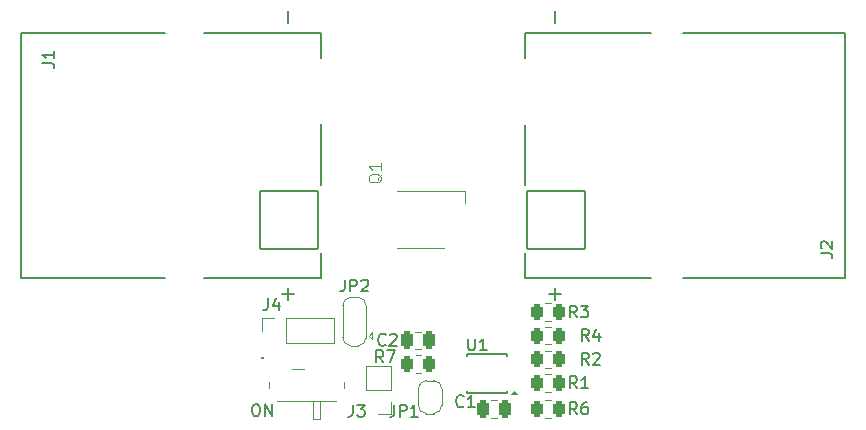
<source format=gbr>
%TF.GenerationSoftware,KiCad,Pcbnew,7.0.10-7.0.10~ubuntu20.04.1*%
%TF.CreationDate,2024-03-04T09:10:09+08:00*%
%TF.ProjectId,ESwitch,45537769-7463-4682-9e6b-696361645f70,rev?*%
%TF.SameCoordinates,Original*%
%TF.FileFunction,Legend,Top*%
%TF.FilePolarity,Positive*%
%FSLAX46Y46*%
G04 Gerber Fmt 4.6, Leading zero omitted, Abs format (unit mm)*
G04 Created by KiCad (PCBNEW 7.0.10-7.0.10~ubuntu20.04.1) date 2024-03-04 09:10:09*
%MOMM*%
%LPD*%
G01*
G04 APERTURE LIST*
G04 Aperture macros list*
%AMRoundRect*
0 Rectangle with rounded corners*
0 $1 Rounding radius*
0 $2 $3 $4 $5 $6 $7 $8 $9 X,Y pos of 4 corners*
0 Add a 4 corners polygon primitive as box body*
4,1,4,$2,$3,$4,$5,$6,$7,$8,$9,$2,$3,0*
0 Add four circle primitives for the rounded corners*
1,1,$1+$1,$2,$3*
1,1,$1+$1,$4,$5*
1,1,$1+$1,$6,$7*
1,1,$1+$1,$8,$9*
0 Add four rect primitives between the rounded corners*
20,1,$1+$1,$2,$3,$4,$5,0*
20,1,$1+$1,$4,$5,$6,$7,0*
20,1,$1+$1,$6,$7,$8,$9,0*
20,1,$1+$1,$8,$9,$2,$3,0*%
%AMFreePoly0*
4,1,15,0.305000,-0.510000,0.055000,-0.510000,0.055000,-4.010000,0.053536,-4.013536,0.050000,-4.015000,-3.860000,-4.015000,-3.863536,-4.013536,-3.865000,-4.010000,-3.865000,-0.200000,-3.863536,-0.196464,-3.860000,-0.195000,-0.305000,-0.195000,-0.305000,0.510000,0.305000,0.510000,0.305000,-0.510000,0.305000,-0.510000,$1*%
%AMFreePoly1*
4,1,19,0.550000,-0.750000,0.000000,-0.750000,0.000000,-0.744911,-0.071157,-0.744911,-0.207708,-0.704816,-0.327430,-0.627875,-0.420627,-0.520320,-0.479746,-0.390866,-0.500000,-0.250000,-0.500000,0.250000,-0.479746,0.390866,-0.420627,0.520320,-0.327430,0.627875,-0.207708,0.704816,-0.071157,0.744911,0.000000,0.744911,0.000000,0.750000,0.550000,0.750000,0.550000,-0.750000,0.550000,-0.750000,
$1*%
%AMFreePoly2*
4,1,19,0.000000,0.744911,0.071157,0.744911,0.207708,0.704816,0.327430,0.627875,0.420627,0.520320,0.479746,0.390866,0.500000,0.250000,0.500000,-0.250000,0.479746,-0.390866,0.420627,-0.520320,0.327430,-0.627875,0.207708,-0.704816,0.071157,-0.744911,0.000000,-0.744911,0.000000,-0.750000,-0.550000,-0.750000,-0.550000,0.750000,0.000000,0.750000,0.000000,0.744911,0.000000,0.744911,
$1*%
%AMFreePoly3*
4,1,19,0.500000,-0.750000,0.000000,-0.750000,0.000000,-0.744911,-0.071157,-0.744911,-0.207708,-0.704816,-0.327430,-0.627875,-0.420627,-0.520320,-0.479746,-0.390866,-0.500000,-0.250000,-0.500000,0.250000,-0.479746,0.390866,-0.420627,0.520320,-0.327430,0.627875,-0.207708,0.704816,-0.071157,0.744911,0.000000,0.744911,0.000000,0.750000,0.500000,0.750000,0.500000,-0.750000,0.500000,-0.750000,
$1*%
%AMFreePoly4*
4,1,19,0.000000,0.744911,0.071157,0.744911,0.207708,0.704816,0.327430,0.627875,0.420627,0.520320,0.479746,0.390866,0.500000,0.250000,0.500000,-0.250000,0.479746,-0.390866,0.420627,-0.520320,0.327430,-0.627875,0.207708,-0.704816,0.071157,-0.744911,0.000000,-0.744911,0.000000,-0.750000,-0.500000,-0.750000,-0.500000,0.750000,0.000000,0.750000,0.000000,0.744911,0.000000,0.744911,
$1*%
G04 Aperture macros list end*
%ADD10C,0.200000*%
%ADD11C,0.150000*%
%ADD12C,0.100000*%
%ADD13C,0.120000*%
%ADD14C,0.127000*%
%ADD15C,3.200000*%
%ADD16C,2.200000*%
%ADD17RoundRect,0.250000X-0.262500X-0.450000X0.262500X-0.450000X0.262500X0.450000X-0.262500X0.450000X0*%
%ADD18R,1.350000X1.350000*%
%ADD19O,1.350000X1.350000*%
%ADD20R,1.400000X0.300000*%
%ADD21R,1.270000X0.610000*%
%ADD22FreePoly0,90.000000*%
%ADD23R,1.020000X0.610000*%
%ADD24RoundRect,0.250000X0.262500X0.450000X-0.262500X0.450000X-0.262500X-0.450000X0.262500X-0.450000X0*%
%ADD25RoundRect,0.250000X-0.250000X-0.475000X0.250000X-0.475000X0.250000X0.475000X-0.250000X0.475000X0*%
%ADD26RoundRect,0.250000X0.250000X0.475000X-0.250000X0.475000X-0.250000X-0.475000X0.250000X-0.475000X0*%
%ADD27FreePoly1,90.000000*%
%ADD28R,1.500000X1.000000*%
%ADD29FreePoly2,90.000000*%
%ADD30FreePoly3,90.000000*%
%ADD31FreePoly4,90.000000*%
%ADD32O,2.804000X1.504000*%
%ADD33RoundRect,0.102000X-2.458000X2.458000X-2.458000X-2.458000X2.458000X-2.458000X2.458000X2.458000X0*%
%ADD34C,5.120000*%
%ADD35R,0.800000X0.500000*%
%ADD36R,0.500000X1.000000*%
%ADD37C,0.850000*%
%ADD38RoundRect,0.102000X2.458000X-2.458000X2.458000X2.458000X-2.458000X2.458000X-2.458000X-2.458000X0*%
G04 APERTURE END LIST*
D10*
X178560149Y-94617219D02*
X178750625Y-94617219D01*
X178750625Y-94617219D02*
X178845863Y-94664838D01*
X178845863Y-94664838D02*
X178941101Y-94760076D01*
X178941101Y-94760076D02*
X178988720Y-94950552D01*
X178988720Y-94950552D02*
X178988720Y-95283885D01*
X178988720Y-95283885D02*
X178941101Y-95474361D01*
X178941101Y-95474361D02*
X178845863Y-95569600D01*
X178845863Y-95569600D02*
X178750625Y-95617219D01*
X178750625Y-95617219D02*
X178560149Y-95617219D01*
X178560149Y-95617219D02*
X178464911Y-95569600D01*
X178464911Y-95569600D02*
X178369673Y-95474361D01*
X178369673Y-95474361D02*
X178322054Y-95283885D01*
X178322054Y-95283885D02*
X178322054Y-94950552D01*
X178322054Y-94950552D02*
X178369673Y-94760076D01*
X178369673Y-94760076D02*
X178464911Y-94664838D01*
X178464911Y-94664838D02*
X178560149Y-94617219D01*
X179417292Y-95617219D02*
X179417292Y-94617219D01*
X179417292Y-94617219D02*
X179988720Y-95617219D01*
X179988720Y-95617219D02*
X179988720Y-94617219D01*
D11*
X189433333Y-91054819D02*
X189100000Y-90578628D01*
X188861905Y-91054819D02*
X188861905Y-90054819D01*
X188861905Y-90054819D02*
X189242857Y-90054819D01*
X189242857Y-90054819D02*
X189338095Y-90102438D01*
X189338095Y-90102438D02*
X189385714Y-90150057D01*
X189385714Y-90150057D02*
X189433333Y-90245295D01*
X189433333Y-90245295D02*
X189433333Y-90388152D01*
X189433333Y-90388152D02*
X189385714Y-90483390D01*
X189385714Y-90483390D02*
X189338095Y-90531009D01*
X189338095Y-90531009D02*
X189242857Y-90578628D01*
X189242857Y-90578628D02*
X188861905Y-90578628D01*
X189766667Y-90054819D02*
X190433333Y-90054819D01*
X190433333Y-90054819D02*
X190004762Y-91054819D01*
X186866666Y-94654819D02*
X186866666Y-95369104D01*
X186866666Y-95369104D02*
X186819047Y-95511961D01*
X186819047Y-95511961D02*
X186723809Y-95607200D01*
X186723809Y-95607200D02*
X186580952Y-95654819D01*
X186580952Y-95654819D02*
X186485714Y-95654819D01*
X187247619Y-94654819D02*
X187866666Y-94654819D01*
X187866666Y-94654819D02*
X187533333Y-95035771D01*
X187533333Y-95035771D02*
X187676190Y-95035771D01*
X187676190Y-95035771D02*
X187771428Y-95083390D01*
X187771428Y-95083390D02*
X187819047Y-95131009D01*
X187819047Y-95131009D02*
X187866666Y-95226247D01*
X187866666Y-95226247D02*
X187866666Y-95464342D01*
X187866666Y-95464342D02*
X187819047Y-95559580D01*
X187819047Y-95559580D02*
X187771428Y-95607200D01*
X187771428Y-95607200D02*
X187676190Y-95654819D01*
X187676190Y-95654819D02*
X187390476Y-95654819D01*
X187390476Y-95654819D02*
X187295238Y-95607200D01*
X187295238Y-95607200D02*
X187247619Y-95559580D01*
X196638095Y-89054819D02*
X196638095Y-89864342D01*
X196638095Y-89864342D02*
X196685714Y-89959580D01*
X196685714Y-89959580D02*
X196733333Y-90007200D01*
X196733333Y-90007200D02*
X196828571Y-90054819D01*
X196828571Y-90054819D02*
X197019047Y-90054819D01*
X197019047Y-90054819D02*
X197114285Y-90007200D01*
X197114285Y-90007200D02*
X197161904Y-89959580D01*
X197161904Y-89959580D02*
X197209523Y-89864342D01*
X197209523Y-89864342D02*
X197209523Y-89054819D01*
X198209523Y-90054819D02*
X197638095Y-90054819D01*
X197923809Y-90054819D02*
X197923809Y-89054819D01*
X197923809Y-89054819D02*
X197828571Y-89197676D01*
X197828571Y-89197676D02*
X197733333Y-89292914D01*
X197733333Y-89292914D02*
X197638095Y-89340533D01*
D12*
X189302657Y-75095238D02*
X189255038Y-75190476D01*
X189255038Y-75190476D02*
X189159800Y-75285714D01*
X189159800Y-75285714D02*
X189016942Y-75428571D01*
X189016942Y-75428571D02*
X188969323Y-75523809D01*
X188969323Y-75523809D02*
X188969323Y-75619047D01*
X189207419Y-75571428D02*
X189159800Y-75666666D01*
X189159800Y-75666666D02*
X189064561Y-75761904D01*
X189064561Y-75761904D02*
X188874085Y-75809523D01*
X188874085Y-75809523D02*
X188540752Y-75809523D01*
X188540752Y-75809523D02*
X188350276Y-75761904D01*
X188350276Y-75761904D02*
X188255038Y-75666666D01*
X188255038Y-75666666D02*
X188207419Y-75571428D01*
X188207419Y-75571428D02*
X188207419Y-75380952D01*
X188207419Y-75380952D02*
X188255038Y-75285714D01*
X188255038Y-75285714D02*
X188350276Y-75190476D01*
X188350276Y-75190476D02*
X188540752Y-75142857D01*
X188540752Y-75142857D02*
X188874085Y-75142857D01*
X188874085Y-75142857D02*
X189064561Y-75190476D01*
X189064561Y-75190476D02*
X189159800Y-75285714D01*
X189159800Y-75285714D02*
X189207419Y-75380952D01*
X189207419Y-75380952D02*
X189207419Y-75571428D01*
X189207419Y-74190476D02*
X189207419Y-74761904D01*
X189207419Y-74476190D02*
X188207419Y-74476190D01*
X188207419Y-74476190D02*
X188350276Y-74571428D01*
X188350276Y-74571428D02*
X188445514Y-74666666D01*
X188445514Y-74666666D02*
X188493133Y-74761904D01*
D11*
X205833333Y-95454819D02*
X205500000Y-94978628D01*
X205261905Y-95454819D02*
X205261905Y-94454819D01*
X205261905Y-94454819D02*
X205642857Y-94454819D01*
X205642857Y-94454819D02*
X205738095Y-94502438D01*
X205738095Y-94502438D02*
X205785714Y-94550057D01*
X205785714Y-94550057D02*
X205833333Y-94645295D01*
X205833333Y-94645295D02*
X205833333Y-94788152D01*
X205833333Y-94788152D02*
X205785714Y-94883390D01*
X205785714Y-94883390D02*
X205738095Y-94931009D01*
X205738095Y-94931009D02*
X205642857Y-94978628D01*
X205642857Y-94978628D02*
X205261905Y-94978628D01*
X206690476Y-94454819D02*
X206500000Y-94454819D01*
X206500000Y-94454819D02*
X206404762Y-94502438D01*
X206404762Y-94502438D02*
X206357143Y-94550057D01*
X206357143Y-94550057D02*
X206261905Y-94692914D01*
X206261905Y-94692914D02*
X206214286Y-94883390D01*
X206214286Y-94883390D02*
X206214286Y-95264342D01*
X206214286Y-95264342D02*
X206261905Y-95359580D01*
X206261905Y-95359580D02*
X206309524Y-95407200D01*
X206309524Y-95407200D02*
X206404762Y-95454819D01*
X206404762Y-95454819D02*
X206595238Y-95454819D01*
X206595238Y-95454819D02*
X206690476Y-95407200D01*
X206690476Y-95407200D02*
X206738095Y-95359580D01*
X206738095Y-95359580D02*
X206785714Y-95264342D01*
X206785714Y-95264342D02*
X206785714Y-95026247D01*
X206785714Y-95026247D02*
X206738095Y-94931009D01*
X206738095Y-94931009D02*
X206690476Y-94883390D01*
X206690476Y-94883390D02*
X206595238Y-94835771D01*
X206595238Y-94835771D02*
X206404762Y-94835771D01*
X206404762Y-94835771D02*
X206309524Y-94883390D01*
X206309524Y-94883390D02*
X206261905Y-94931009D01*
X206261905Y-94931009D02*
X206214286Y-95026247D01*
X196233333Y-94759580D02*
X196185714Y-94807200D01*
X196185714Y-94807200D02*
X196042857Y-94854819D01*
X196042857Y-94854819D02*
X195947619Y-94854819D01*
X195947619Y-94854819D02*
X195804762Y-94807200D01*
X195804762Y-94807200D02*
X195709524Y-94711961D01*
X195709524Y-94711961D02*
X195661905Y-94616723D01*
X195661905Y-94616723D02*
X195614286Y-94426247D01*
X195614286Y-94426247D02*
X195614286Y-94283390D01*
X195614286Y-94283390D02*
X195661905Y-94092914D01*
X195661905Y-94092914D02*
X195709524Y-93997676D01*
X195709524Y-93997676D02*
X195804762Y-93902438D01*
X195804762Y-93902438D02*
X195947619Y-93854819D01*
X195947619Y-93854819D02*
X196042857Y-93854819D01*
X196042857Y-93854819D02*
X196185714Y-93902438D01*
X196185714Y-93902438D02*
X196233333Y-93950057D01*
X197185714Y-94854819D02*
X196614286Y-94854819D01*
X196900000Y-94854819D02*
X196900000Y-93854819D01*
X196900000Y-93854819D02*
X196804762Y-93997676D01*
X196804762Y-93997676D02*
X196709524Y-94092914D01*
X196709524Y-94092914D02*
X196614286Y-94140533D01*
X189633333Y-89559580D02*
X189585714Y-89607200D01*
X189585714Y-89607200D02*
X189442857Y-89654819D01*
X189442857Y-89654819D02*
X189347619Y-89654819D01*
X189347619Y-89654819D02*
X189204762Y-89607200D01*
X189204762Y-89607200D02*
X189109524Y-89511961D01*
X189109524Y-89511961D02*
X189061905Y-89416723D01*
X189061905Y-89416723D02*
X189014286Y-89226247D01*
X189014286Y-89226247D02*
X189014286Y-89083390D01*
X189014286Y-89083390D02*
X189061905Y-88892914D01*
X189061905Y-88892914D02*
X189109524Y-88797676D01*
X189109524Y-88797676D02*
X189204762Y-88702438D01*
X189204762Y-88702438D02*
X189347619Y-88654819D01*
X189347619Y-88654819D02*
X189442857Y-88654819D01*
X189442857Y-88654819D02*
X189585714Y-88702438D01*
X189585714Y-88702438D02*
X189633333Y-88750057D01*
X190014286Y-88750057D02*
X190061905Y-88702438D01*
X190061905Y-88702438D02*
X190157143Y-88654819D01*
X190157143Y-88654819D02*
X190395238Y-88654819D01*
X190395238Y-88654819D02*
X190490476Y-88702438D01*
X190490476Y-88702438D02*
X190538095Y-88750057D01*
X190538095Y-88750057D02*
X190585714Y-88845295D01*
X190585714Y-88845295D02*
X190585714Y-88940533D01*
X190585714Y-88940533D02*
X190538095Y-89083390D01*
X190538095Y-89083390D02*
X189966667Y-89654819D01*
X189966667Y-89654819D02*
X190585714Y-89654819D01*
X186166666Y-84054819D02*
X186166666Y-84769104D01*
X186166666Y-84769104D02*
X186119047Y-84911961D01*
X186119047Y-84911961D02*
X186023809Y-85007200D01*
X186023809Y-85007200D02*
X185880952Y-85054819D01*
X185880952Y-85054819D02*
X185785714Y-85054819D01*
X186642857Y-85054819D02*
X186642857Y-84054819D01*
X186642857Y-84054819D02*
X187023809Y-84054819D01*
X187023809Y-84054819D02*
X187119047Y-84102438D01*
X187119047Y-84102438D02*
X187166666Y-84150057D01*
X187166666Y-84150057D02*
X187214285Y-84245295D01*
X187214285Y-84245295D02*
X187214285Y-84388152D01*
X187214285Y-84388152D02*
X187166666Y-84483390D01*
X187166666Y-84483390D02*
X187119047Y-84531009D01*
X187119047Y-84531009D02*
X187023809Y-84578628D01*
X187023809Y-84578628D02*
X186642857Y-84578628D01*
X187595238Y-84150057D02*
X187642857Y-84102438D01*
X187642857Y-84102438D02*
X187738095Y-84054819D01*
X187738095Y-84054819D02*
X187976190Y-84054819D01*
X187976190Y-84054819D02*
X188071428Y-84102438D01*
X188071428Y-84102438D02*
X188119047Y-84150057D01*
X188119047Y-84150057D02*
X188166666Y-84245295D01*
X188166666Y-84245295D02*
X188166666Y-84340533D01*
X188166666Y-84340533D02*
X188119047Y-84483390D01*
X188119047Y-84483390D02*
X187547619Y-85054819D01*
X187547619Y-85054819D02*
X188166666Y-85054819D01*
X190366666Y-94654819D02*
X190366666Y-95369104D01*
X190366666Y-95369104D02*
X190319047Y-95511961D01*
X190319047Y-95511961D02*
X190223809Y-95607200D01*
X190223809Y-95607200D02*
X190080952Y-95654819D01*
X190080952Y-95654819D02*
X189985714Y-95654819D01*
X190842857Y-95654819D02*
X190842857Y-94654819D01*
X190842857Y-94654819D02*
X191223809Y-94654819D01*
X191223809Y-94654819D02*
X191319047Y-94702438D01*
X191319047Y-94702438D02*
X191366666Y-94750057D01*
X191366666Y-94750057D02*
X191414285Y-94845295D01*
X191414285Y-94845295D02*
X191414285Y-94988152D01*
X191414285Y-94988152D02*
X191366666Y-95083390D01*
X191366666Y-95083390D02*
X191319047Y-95131009D01*
X191319047Y-95131009D02*
X191223809Y-95178628D01*
X191223809Y-95178628D02*
X190842857Y-95178628D01*
X192366666Y-95654819D02*
X191795238Y-95654819D01*
X192080952Y-95654819D02*
X192080952Y-94654819D01*
X192080952Y-94654819D02*
X191985714Y-94797676D01*
X191985714Y-94797676D02*
X191890476Y-94892914D01*
X191890476Y-94892914D02*
X191795238Y-94940533D01*
X205833333Y-93254819D02*
X205500000Y-92778628D01*
X205261905Y-93254819D02*
X205261905Y-92254819D01*
X205261905Y-92254819D02*
X205642857Y-92254819D01*
X205642857Y-92254819D02*
X205738095Y-92302438D01*
X205738095Y-92302438D02*
X205785714Y-92350057D01*
X205785714Y-92350057D02*
X205833333Y-92445295D01*
X205833333Y-92445295D02*
X205833333Y-92588152D01*
X205833333Y-92588152D02*
X205785714Y-92683390D01*
X205785714Y-92683390D02*
X205738095Y-92731009D01*
X205738095Y-92731009D02*
X205642857Y-92778628D01*
X205642857Y-92778628D02*
X205261905Y-92778628D01*
X206785714Y-93254819D02*
X206214286Y-93254819D01*
X206500000Y-93254819D02*
X206500000Y-92254819D01*
X206500000Y-92254819D02*
X206404762Y-92397676D01*
X206404762Y-92397676D02*
X206309524Y-92492914D01*
X206309524Y-92492914D02*
X206214286Y-92540533D01*
X205833333Y-87254819D02*
X205500000Y-86778628D01*
X205261905Y-87254819D02*
X205261905Y-86254819D01*
X205261905Y-86254819D02*
X205642857Y-86254819D01*
X205642857Y-86254819D02*
X205738095Y-86302438D01*
X205738095Y-86302438D02*
X205785714Y-86350057D01*
X205785714Y-86350057D02*
X205833333Y-86445295D01*
X205833333Y-86445295D02*
X205833333Y-86588152D01*
X205833333Y-86588152D02*
X205785714Y-86683390D01*
X205785714Y-86683390D02*
X205738095Y-86731009D01*
X205738095Y-86731009D02*
X205642857Y-86778628D01*
X205642857Y-86778628D02*
X205261905Y-86778628D01*
X206166667Y-86254819D02*
X206785714Y-86254819D01*
X206785714Y-86254819D02*
X206452381Y-86635771D01*
X206452381Y-86635771D02*
X206595238Y-86635771D01*
X206595238Y-86635771D02*
X206690476Y-86683390D01*
X206690476Y-86683390D02*
X206738095Y-86731009D01*
X206738095Y-86731009D02*
X206785714Y-86826247D01*
X206785714Y-86826247D02*
X206785714Y-87064342D01*
X206785714Y-87064342D02*
X206738095Y-87159580D01*
X206738095Y-87159580D02*
X206690476Y-87207200D01*
X206690476Y-87207200D02*
X206595238Y-87254819D01*
X206595238Y-87254819D02*
X206309524Y-87254819D01*
X206309524Y-87254819D02*
X206214286Y-87207200D01*
X206214286Y-87207200D02*
X206166667Y-87159580D01*
X206833333Y-91254819D02*
X206500000Y-90778628D01*
X206261905Y-91254819D02*
X206261905Y-90254819D01*
X206261905Y-90254819D02*
X206642857Y-90254819D01*
X206642857Y-90254819D02*
X206738095Y-90302438D01*
X206738095Y-90302438D02*
X206785714Y-90350057D01*
X206785714Y-90350057D02*
X206833333Y-90445295D01*
X206833333Y-90445295D02*
X206833333Y-90588152D01*
X206833333Y-90588152D02*
X206785714Y-90683390D01*
X206785714Y-90683390D02*
X206738095Y-90731009D01*
X206738095Y-90731009D02*
X206642857Y-90778628D01*
X206642857Y-90778628D02*
X206261905Y-90778628D01*
X207214286Y-90350057D02*
X207261905Y-90302438D01*
X207261905Y-90302438D02*
X207357143Y-90254819D01*
X207357143Y-90254819D02*
X207595238Y-90254819D01*
X207595238Y-90254819D02*
X207690476Y-90302438D01*
X207690476Y-90302438D02*
X207738095Y-90350057D01*
X207738095Y-90350057D02*
X207785714Y-90445295D01*
X207785714Y-90445295D02*
X207785714Y-90540533D01*
X207785714Y-90540533D02*
X207738095Y-90683390D01*
X207738095Y-90683390D02*
X207166667Y-91254819D01*
X207166667Y-91254819D02*
X207785714Y-91254819D01*
X160584819Y-65724833D02*
X161299104Y-65724833D01*
X161299104Y-65724833D02*
X161441961Y-65772452D01*
X161441961Y-65772452D02*
X161537200Y-65867690D01*
X161537200Y-65867690D02*
X161584819Y-66010547D01*
X161584819Y-66010547D02*
X161584819Y-66105785D01*
X161584819Y-64724833D02*
X161584819Y-65296261D01*
X161584819Y-65010547D02*
X160584819Y-65010547D01*
X160584819Y-65010547D02*
X160727676Y-65105785D01*
X160727676Y-65105785D02*
X160822914Y-65201023D01*
X160822914Y-65201023D02*
X160870533Y-65296261D01*
X179666666Y-85654819D02*
X179666666Y-86369104D01*
X179666666Y-86369104D02*
X179619047Y-86511961D01*
X179619047Y-86511961D02*
X179523809Y-86607200D01*
X179523809Y-86607200D02*
X179380952Y-86654819D01*
X179380952Y-86654819D02*
X179285714Y-86654819D01*
X180571428Y-85988152D02*
X180571428Y-86654819D01*
X180333333Y-85607200D02*
X180095238Y-86321485D01*
X180095238Y-86321485D02*
X180714285Y-86321485D01*
X226464819Y-81821833D02*
X227179104Y-81821833D01*
X227179104Y-81821833D02*
X227321961Y-81869452D01*
X227321961Y-81869452D02*
X227417200Y-81964690D01*
X227417200Y-81964690D02*
X227464819Y-82107547D01*
X227464819Y-82107547D02*
X227464819Y-82202785D01*
X226560057Y-81393261D02*
X226512438Y-81345642D01*
X226512438Y-81345642D02*
X226464819Y-81250404D01*
X226464819Y-81250404D02*
X226464819Y-81012309D01*
X226464819Y-81012309D02*
X226512438Y-80917071D01*
X226512438Y-80917071D02*
X226560057Y-80869452D01*
X226560057Y-80869452D02*
X226655295Y-80821833D01*
X226655295Y-80821833D02*
X226750533Y-80821833D01*
X226750533Y-80821833D02*
X226893390Y-80869452D01*
X226893390Y-80869452D02*
X227464819Y-81440880D01*
X227464819Y-81440880D02*
X227464819Y-80821833D01*
X206833333Y-89254819D02*
X206500000Y-88778628D01*
X206261905Y-89254819D02*
X206261905Y-88254819D01*
X206261905Y-88254819D02*
X206642857Y-88254819D01*
X206642857Y-88254819D02*
X206738095Y-88302438D01*
X206738095Y-88302438D02*
X206785714Y-88350057D01*
X206785714Y-88350057D02*
X206833333Y-88445295D01*
X206833333Y-88445295D02*
X206833333Y-88588152D01*
X206833333Y-88588152D02*
X206785714Y-88683390D01*
X206785714Y-88683390D02*
X206738095Y-88731009D01*
X206738095Y-88731009D02*
X206642857Y-88778628D01*
X206642857Y-88778628D02*
X206261905Y-88778628D01*
X207690476Y-88588152D02*
X207690476Y-89254819D01*
X207452381Y-88207200D02*
X207214286Y-88921485D01*
X207214286Y-88921485D02*
X207833333Y-88921485D01*
D13*
%TO.C,R7*%
X192172936Y-90465000D02*
X192627064Y-90465000D01*
X192172936Y-91935000D02*
X192627064Y-91935000D01*
%TO.C,J3*%
X190060000Y-95460000D02*
X189000000Y-95460000D01*
X190060000Y-94400000D02*
X190060000Y-95460000D01*
X190060000Y-93400000D02*
X190060000Y-91340000D01*
X190060000Y-93400000D02*
X187940000Y-93400000D01*
X190060000Y-91340000D02*
X187940000Y-91340000D01*
X187940000Y-93400000D02*
X187940000Y-91340000D01*
D11*
%TO.C,U1*%
X199875000Y-93675000D02*
X199875000Y-93450000D01*
X199875000Y-93675000D02*
X196525000Y-93675000D01*
X199875000Y-90550000D02*
X199875000Y-90325000D01*
X199875000Y-90325000D02*
X196525000Y-90325000D01*
X196525000Y-93675000D02*
X196525000Y-93450000D01*
X196525000Y-90325000D02*
X196525000Y-90550000D01*
D13*
X200727500Y-93780000D02*
X200247500Y-93780000D01*
X200487500Y-93450000D01*
X200727500Y-93780000D01*
G36*
X200727500Y-93780000D02*
G01*
X200247500Y-93780000D01*
X200487500Y-93450000D01*
X200727500Y-93780000D01*
G37*
D12*
%TO.C,Q1*%
X189344000Y-81413000D02*
X196329000Y-81413000D01*
X196329000Y-81413000D02*
X196329000Y-76587000D01*
X196329000Y-76587000D02*
X189344000Y-76587000D01*
X189344000Y-76587000D02*
X189344000Y-81413000D01*
D13*
%TO.C,R6*%
X203627064Y-94265000D02*
X203172936Y-94265000D01*
X203627064Y-95735000D02*
X203172936Y-95735000D01*
%TO.C,C1*%
X198538748Y-94265000D02*
X199061252Y-94265000D01*
X198538748Y-95735000D02*
X199061252Y-95735000D01*
%TO.C,C2*%
X192661252Y-89935000D02*
X192138748Y-89935000D01*
X192661252Y-88465000D02*
X192138748Y-88465000D01*
%TO.C,JP2*%
X187300000Y-89650000D02*
X186700000Y-89650000D01*
X188500000Y-89100000D02*
X188500000Y-88500000D01*
X186000000Y-89000000D02*
X186000000Y-86200000D01*
X188200000Y-88800000D02*
X188500000Y-89100000D01*
X188200000Y-88800000D02*
X188500000Y-88500000D01*
X188000000Y-86200000D02*
X188000000Y-89000000D01*
X186700000Y-85550000D02*
X187300000Y-85550000D01*
X186000000Y-88950000D02*
G75*
G03*
X186700000Y-89650000I699999J-1D01*
G01*
X187300000Y-89650000D02*
G75*
G03*
X188000000Y-88950000I1J699999D01*
G01*
X186700000Y-85550000D02*
G75*
G03*
X186000000Y-86250000I0J-700000D01*
G01*
X188000000Y-86250000D02*
G75*
G03*
X187300000Y-85550000I-700000J0D01*
G01*
%TO.C,JP1*%
X193700000Y-95400000D02*
X193100000Y-95400000D01*
X192400000Y-94700000D02*
X192400000Y-93300000D01*
X194400000Y-93300000D02*
X194400000Y-94700000D01*
X193100000Y-92600000D02*
X193700000Y-92600000D01*
X192400000Y-94700000D02*
G75*
G03*
X193100000Y-95400000I699999J-1D01*
G01*
X193700000Y-95400000D02*
G75*
G03*
X194400000Y-94700000I1J699999D01*
G01*
X193100000Y-92600000D02*
G75*
G03*
X192400000Y-93300000I0J-700000D01*
G01*
X194400000Y-93300000D02*
G75*
G03*
X193700000Y-92600000I-700000J0D01*
G01*
%TO.C,R1*%
X203627064Y-92065000D02*
X203172936Y-92065000D01*
X203627064Y-93535000D02*
X203172936Y-93535000D01*
%TO.C,R3*%
X203627064Y-87535000D02*
X203172936Y-87535000D01*
X203627064Y-86065000D02*
X203172936Y-86065000D01*
%TO.C,R2*%
X203172936Y-91535000D02*
X203627064Y-91535000D01*
X203172936Y-90065000D02*
X203627064Y-90065000D01*
D14*
%TO.C,J1*%
X180850000Y-85300000D02*
X181850000Y-85300000D01*
X181350000Y-84800000D02*
X181350000Y-85800000D01*
X158800000Y-83950000D02*
X158800000Y-63150000D01*
X170980000Y-83950000D02*
X158800000Y-83950000D01*
X184200000Y-83950000D02*
X174220000Y-83950000D01*
X184200000Y-81778000D02*
X184200000Y-83950000D01*
X184200000Y-76222000D02*
X184200000Y-70878000D01*
X158800000Y-63150000D02*
X170980000Y-63150000D01*
X184200000Y-63150000D02*
X184200000Y-65322000D01*
X184200000Y-63150000D02*
X174220000Y-63150000D01*
X181350000Y-62300000D02*
X181350000Y-61300000D01*
D10*
%TO.C,SW1*%
X179167000Y-90664000D02*
G75*
G03*
X179267000Y-90664000I50000J0D01*
G01*
X179167000Y-90664000D02*
G75*
G03*
X179267000Y-90664000I50000J0D01*
G01*
X179267000Y-90664000D02*
G75*
G03*
X179167000Y-90664000I-50000J0D01*
G01*
D12*
X183458000Y-94347000D02*
X184093000Y-94347000D01*
X184093000Y-94347000D02*
X184093000Y-95871000D01*
X184093000Y-95871000D02*
X183458000Y-95871000D01*
X183458000Y-95871000D02*
X183458000Y-94347000D01*
X186100000Y-93200000D02*
X186100000Y-93200000D01*
X186100000Y-93200000D02*
X186100000Y-92700000D01*
X186100000Y-92700000D02*
X186100000Y-93200000D01*
X186100000Y-92700000D02*
X186100000Y-92700000D01*
X185450000Y-94300000D02*
X185450000Y-94300000D01*
X185450000Y-94300000D02*
X180450000Y-94300000D01*
X182700000Y-91600000D02*
X182700000Y-91600000D01*
X182700000Y-91600000D02*
X181700000Y-91600000D01*
X181700000Y-91600000D02*
X182700000Y-91600000D01*
X181700000Y-91600000D02*
X181700000Y-91600000D01*
X180450000Y-94300000D02*
X185450000Y-94300000D01*
X180450000Y-94300000D02*
X180450000Y-94300000D01*
X179800000Y-93200000D02*
X179800000Y-93200000D01*
X179800000Y-93200000D02*
X179800000Y-92700000D01*
X179800000Y-92700000D02*
X179800000Y-93200000D01*
X179800000Y-92700000D02*
X179800000Y-92700000D01*
D10*
X179267000Y-90664000D02*
X179267000Y-90664000D01*
X179167000Y-90664000D02*
X179167000Y-90664000D01*
X179167000Y-90664000D02*
X179167000Y-90664000D01*
D13*
%TO.C,J4*%
X181200000Y-89460000D02*
X185260000Y-89460000D01*
X181200000Y-89460000D02*
X181200000Y-87340000D01*
X185260000Y-89460000D02*
X185260000Y-87340000D01*
X179140000Y-88400000D02*
X179140000Y-87340000D01*
X179140000Y-87340000D02*
X180200000Y-87340000D01*
X181200000Y-87340000D02*
X185260000Y-87340000D01*
D14*
%TO.C,J2*%
X204000000Y-62300000D02*
X204000000Y-61300000D01*
X228500000Y-63150000D02*
X214850000Y-63150000D01*
X212100000Y-63150000D02*
X201400000Y-63150000D01*
X201400000Y-63150000D02*
X201400000Y-65300000D01*
X201400000Y-76150000D02*
X201400000Y-70950000D01*
X201400000Y-81800000D02*
X201400000Y-83950000D01*
X228500000Y-83950000D02*
X228500000Y-63150000D01*
X214850000Y-83950000D02*
X228500000Y-83950000D01*
X201400000Y-83950000D02*
X212100000Y-83950000D01*
X204000000Y-84800000D02*
X204000000Y-85800000D01*
X204500000Y-85300000D02*
X203500000Y-85300000D01*
D13*
%TO.C,R4*%
X203172936Y-89535000D02*
X203627064Y-89535000D01*
X203172936Y-88065000D02*
X203627064Y-88065000D01*
%TD*%
%LPC*%
D11*
X206750000Y-81750000D02*
X194750000Y-81750000D01*
X194750000Y-77750000D01*
X196500000Y-77750000D01*
X197750000Y-76250000D01*
X206750000Y-76250000D01*
X206750000Y-81750000D01*
G36*
X206750000Y-81750000D02*
G01*
X194750000Y-81750000D01*
X194750000Y-77750000D01*
X196500000Y-77750000D01*
X197750000Y-76250000D01*
X206750000Y-76250000D01*
X206750000Y-81750000D01*
G37*
X190500000Y-81750000D02*
X178750000Y-81750000D01*
X178750000Y-76250000D01*
X190500000Y-76250000D01*
X190500000Y-81750000D01*
G36*
X190500000Y-81750000D02*
G01*
X178750000Y-81750000D01*
X178750000Y-76250000D01*
X190500000Y-76250000D01*
X190500000Y-81750000D01*
G37*
X206750000Y-70750000D02*
X178750000Y-70750000D01*
X178750000Y-65500000D01*
X206750000Y-65500000D01*
X206750000Y-70750000D01*
G36*
X206750000Y-70750000D02*
G01*
X178750000Y-70750000D01*
X178750000Y-65500000D01*
X206750000Y-65500000D01*
X206750000Y-70750000D01*
G37*
D15*
%TO.C,REF\u002A\u002A*%
X211500000Y-55000000D03*
%TD*%
%TO.C,REF\u002A\u002A*%
X174500000Y-55000000D03*
%TD*%
%TO.C,REF\u002A\u002A*%
X174500000Y-92000000D03*
%TD*%
%TO.C,REF\u002A\u002A*%
X211500000Y-92000000D03*
%TD*%
D16*
%TO.C,REF\u002A\u002A*%
X192250000Y-73500000D03*
%TD*%
%TO.C,REF\u002A\u002A*%
X192250000Y-84250000D03*
%TD*%
D17*
%TO.C,R7*%
X191487500Y-91200000D03*
X193312500Y-91200000D03*
%TD*%
D18*
%TO.C,J3*%
X189000000Y-94400000D03*
D19*
X189000000Y-92400000D03*
%TD*%
D20*
%TO.C,U1*%
X200400000Y-93000000D03*
X200400000Y-92500000D03*
X200400000Y-92000000D03*
X200400000Y-91500000D03*
X200400000Y-91000000D03*
X196000000Y-91000000D03*
X196000000Y-91500000D03*
X196000000Y-92000000D03*
X196000000Y-92500000D03*
X196000000Y-93000000D03*
%TD*%
D21*
%TO.C,Q1*%
X195498000Y-80905000D03*
X195498000Y-79635000D03*
X195498000Y-78365000D03*
X195498000Y-77095000D03*
D22*
X190033000Y-77095000D03*
D23*
X190033000Y-78365000D03*
X190033000Y-79635000D03*
X190033000Y-80905000D03*
%TD*%
D24*
%TO.C,R6*%
X202487500Y-95000000D03*
X204312500Y-95000000D03*
%TD*%
D25*
%TO.C,C1*%
X197850000Y-95000000D03*
X199750000Y-95000000D03*
%TD*%
D26*
%TO.C,C2*%
X193350000Y-89200000D03*
X191450000Y-89200000D03*
%TD*%
D27*
%TO.C,JP2*%
X187000000Y-88900000D03*
D28*
X187000000Y-87600000D03*
D29*
X187000000Y-86300000D03*
%TD*%
D30*
%TO.C,JP1*%
X193400000Y-94650000D03*
D31*
X193400000Y-93350000D03*
%TD*%
D24*
%TO.C,R1*%
X202487500Y-92800000D03*
X204312500Y-92800000D03*
%TD*%
%TO.C,R3*%
X204312500Y-86800000D03*
X202487500Y-86800000D03*
%TD*%
D17*
%TO.C,R2*%
X204312500Y-90800000D03*
X202487500Y-90800000D03*
%TD*%
D32*
%TO.C,J1*%
X172600000Y-64100000D03*
X172600000Y-83000000D03*
D33*
X181500000Y-79000000D03*
D34*
X181500000Y-68100000D03*
%TD*%
D35*
%TO.C,SW1*%
X186400000Y-94000000D03*
X186400000Y-91900000D03*
X179500000Y-94000000D03*
X179500000Y-91900000D03*
D36*
X185200000Y-91100000D03*
X183700000Y-91100000D03*
X180700000Y-91100000D03*
D37*
X184450000Y-92950000D03*
X181450000Y-92950000D03*
%TD*%
D18*
%TO.C,J4*%
X180200000Y-88400000D03*
D19*
X182200000Y-88400000D03*
X184200000Y-88400000D03*
%TD*%
D32*
%TO.C,J2*%
X213500000Y-64100000D03*
X213500000Y-83000000D03*
D38*
X204100000Y-79000000D03*
D34*
X204100000Y-68100000D03*
%TD*%
D17*
%TO.C,R4*%
X204312500Y-88800000D03*
X202487500Y-88800000D03*
%TD*%
%LPD*%
M02*

</source>
